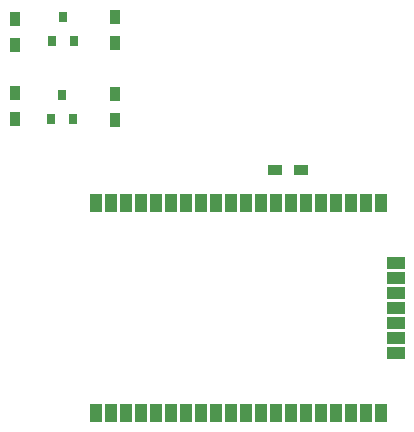
<source format=gtp>
%TF.GenerationSoftware,KiCad,Pcbnew,4.0.6-e0-6349~53~ubuntu16.04.1*%
%TF.CreationDate,2017-06-06T11:27:21+01:00*%
%TF.ProjectId,RN2483shield,524E32343833736869656C642E6B6963,rev?*%
%TF.FileFunction,Paste,Top*%
%FSLAX46Y46*%
G04 Gerber Fmt 4.6, Leading zero omitted, Abs format (unit mm)*
G04 Created by KiCad (PCBNEW 4.0.6-e0-6349~53~ubuntu16.04.1) date Tue Jun  6 11:27:21 2017*
%MOMM*%
%LPD*%
G01*
G04 APERTURE LIST*
%ADD10C,0.100000*%
%ADD11R,1.016000X1.524000*%
%ADD12R,1.524000X1.016000*%
%ADD13R,0.800000X0.900000*%
%ADD14R,1.200000X0.900000*%
%ADD15R,0.900000X1.200000*%
G04 APERTURE END LIST*
D10*
D11*
X179550000Y-74910000D03*
X180820000Y-74910000D03*
X182090000Y-74910000D03*
X183360000Y-74910000D03*
X184630000Y-74910000D03*
X185900000Y-74910000D03*
X187170000Y-74910000D03*
X188440000Y-74910000D03*
X189710000Y-74910000D03*
X190980000Y-74910000D03*
X192250000Y-74910000D03*
X193520000Y-74910000D03*
X194790000Y-74910000D03*
X196060000Y-74910000D03*
X197330000Y-74910000D03*
X198600000Y-74910000D03*
X199870000Y-74910000D03*
X201140000Y-74910000D03*
X202410000Y-74910000D03*
X203680000Y-74910000D03*
X203680000Y-92690000D03*
D12*
X204950000Y-79990000D03*
X204950000Y-81260000D03*
X204950000Y-82530000D03*
X204950000Y-83800000D03*
X204950000Y-85070000D03*
X204950000Y-86340000D03*
X204950000Y-87610000D03*
D11*
X202410000Y-92690000D03*
X201140000Y-92690000D03*
X199870000Y-92690000D03*
X198600000Y-92690000D03*
X197330000Y-92690000D03*
X196060000Y-92690000D03*
X194790000Y-92690000D03*
X193520000Y-92690000D03*
X192250000Y-92690000D03*
X190980000Y-92690000D03*
X189710000Y-92690000D03*
X188440000Y-92690000D03*
X187170000Y-92690000D03*
X185900000Y-92690000D03*
X184630000Y-92690000D03*
X183360000Y-92690000D03*
X182090000Y-92690000D03*
X180820000Y-92690000D03*
X179550000Y-92690000D03*
D13*
X175800000Y-61225000D03*
X177700000Y-61225000D03*
X176750000Y-59225000D03*
X175750000Y-67800000D03*
X177650000Y-67800000D03*
X176700000Y-65800000D03*
D14*
X196934000Y-72136000D03*
X194734000Y-72136000D03*
D15*
X181150000Y-61425000D03*
X181150000Y-59225000D03*
X172750000Y-61525000D03*
X172750000Y-59325000D03*
X181150000Y-67900000D03*
X181150000Y-65700000D03*
X172725000Y-67850000D03*
X172725000Y-65650000D03*
M02*

</source>
